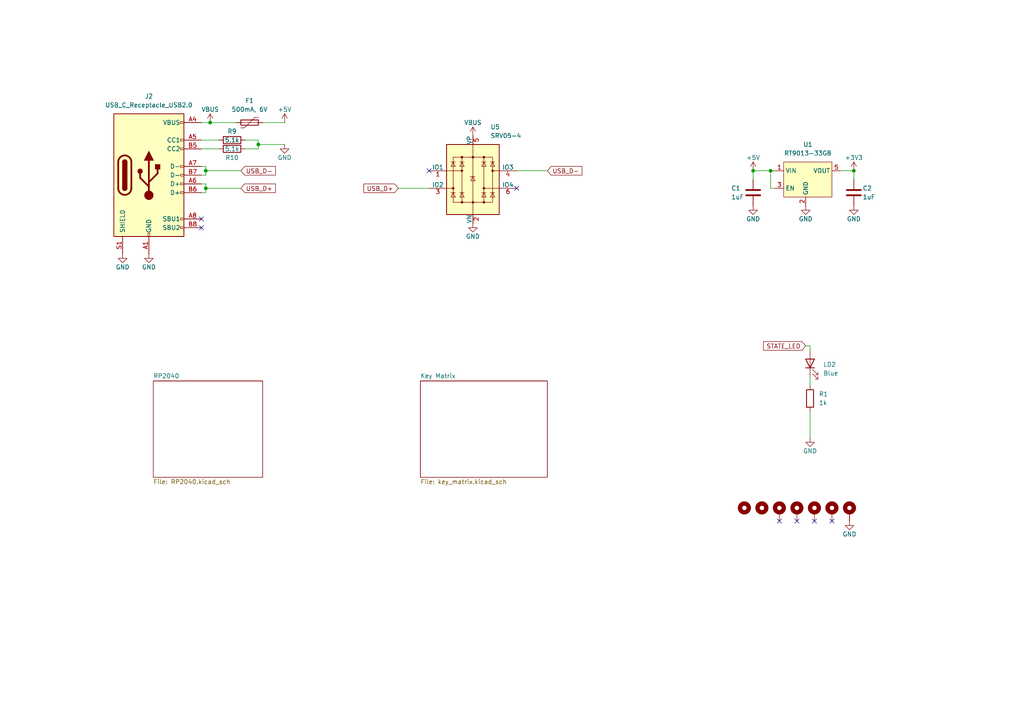
<source format=kicad_sch>
(kicad_sch (version 20230121) (generator eeschema)
  (paper "A4")
  (title_block (title "MS60") (rev "1.0") (company "SideraKB") (comment 1 "2U LShift Edition") (comment 2 "Open source hardware, MIT license or CERN-OHL-P v2"))
  (lib_symbols
    (symbol "Connector:USB_C_Receptacle_USB2.0" (pin_names (offset 1.016))
      (property "Reference" "J" (at -10.16 19.05 0))
      (property "Value" "USB_C_Receptacle_USB2.0" (at 19.05 19.05 0))
      (symbol "USB_C_Receptacle_USB2.0_0_0"
        (rectangle (start -0.254 -17.78) (end 0.254 -16.764))
        (rectangle (start 10.16 -14.986) (end 9.144 -15.494))
        (rectangle (start 10.16 -12.446) (end 9.144 -12.954))
        (rectangle (start 10.16 -4.826) (end 9.144 -5.334))
        (rectangle (start 10.16 -2.286) (end 9.144 -2.794))
        (rectangle (start 10.16 0.254) (end 9.144 -0.254))
        (rectangle (start 10.16 2.794) (end 9.144 2.286))
        (rectangle (start 10.16 7.874) (end 9.144 7.366))
        (rectangle (start 10.16 10.414) (end 9.144 9.906))
        (rectangle (start 10.16 15.494) (end 9.144 14.986))
      )
      (symbol "USB_C_Receptacle_USB2.0_0_1"
        (rectangle (start -10.16 17.78) (end 10.16 -17.78) (stroke (width 0.254)) (fill (type background)))
        (arc (start -8.89 -3.81) (mid -6.985 -5.7067) (end -5.08 -3.81) (stroke (width 0.508)))
        (arc (start -7.62 -3.81) (mid -6.985 -4.4423) (end -6.35 -3.81) (stroke (width 0.254)))
        (arc (start -7.62 -3.81) (mid -6.985 -4.4423) (end -6.35 -3.81) (stroke (width 0.254)) (fill (type outline)))
        (rectangle (start -7.62 -3.81) (end -6.35 3.81) (stroke (width 0.254)) (fill (type outline)))
        (arc (start -6.35 3.81) (mid -6.985 4.4423) (end -7.62 3.81) (stroke (width 0.254)))
        (arc (start -6.35 3.81) (mid -6.985 4.4423) (end -7.62 3.81) (stroke (width 0.254)) (fill (type outline)))
        (arc (start -5.08 3.81) (mid -6.985 5.7067) (end -8.89 3.81) (stroke (width 0.508)))
        (circle (center -2.54 1.143) (radius 0.635) (stroke (width 0.254)) (fill (type outline)))
        (circle (center 0 -5.842) (radius 1.27) (fill (type outline)))
        (polyline (pts (xy -8.89 -3.81) (xy -8.89 3.81)) (stroke (width 0.508)))
        (polyline (pts (xy -5.08 3.81) (xy -5.08 -3.81)) (stroke (width 0.508)))
        (polyline (pts (xy 0 -5.842) (xy 0 4.318)) (stroke (width 0.508)))
        (polyline (pts (xy 0 -3.302) (xy -2.54 -0.762) (xy -2.54 0.508)) (stroke (width 0.508)))
        (polyline (pts (xy 0 -2.032) (xy 2.54 0.508) (xy 2.54 1.778)) (stroke (width 0.508)))
        (polyline (pts (xy -1.27 4.318) (xy 0 6.858) (xy 1.27 4.318) (xy -1.27 4.318)) (stroke (width 0.254)) (fill (type outline)))
        (rectangle (start 1.905 1.778) (end 3.175 3.048) (stroke (width 0.254)) (fill (type outline)))
      )
      (symbol "USB_C_Receptacle_USB2.0_1_1"
        (pin passive line (at 0 -22.86 90) (length 5.08) (name "GND") (number "A1"))
        (pin passive line (at 0 -22.86 90) (length 5.08) hide (name "GND") (number "A12"))
        (pin passive line (at 15.24 15.24 180) (length 5.08) (name "VBUS") (number "A4"))
        (pin bidirectional line (at 15.24 10.16 180) (length 5.08) (name "CC1") (number "A5"))
        (pin bidirectional line (at 15.24 -2.54 180) (length 5.08) (name "D+") (number "A6"))
        (pin bidirectional line (at 15.24 2.54 180) (length 5.08) (name "D-") (number "A7"))
        (pin bidirectional line (at 15.24 -12.7 180) (length 5.08) (name "SBU1") (number "A8"))
        (pin passive line (at 15.24 15.24 180) (length 5.08) hide (name "VBUS") (number "A9"))
        (pin passive line (at 0 -22.86 90) (length 5.08) hide (name "GND") (number "B1"))
        (pin passive line (at 0 -22.86 90) (length 5.08) hide (name "GND") (number "B12"))
        (pin passive line (at 15.24 15.24 180) (length 5.08) hide (name "VBUS") (number "B4"))
        (pin bidirectional line (at 15.24 7.62 180) (length 5.08) (name "CC2") (number "B5"))
        (pin bidirectional line (at 15.24 -5.08 180) (length 5.08) (name "D+") (number "B6"))
        (pin bidirectional line (at 15.24 0 180) (length 5.08) (name "D-") (number "B7"))
        (pin bidirectional line (at 15.24 -15.24 180) (length 5.08) (name "SBU2") (number "B8"))
        (pin passive line (at 15.24 15.24 180) (length 5.08) hide (name "VBUS") (number "B9"))
        (pin passive line (at -7.62 -22.86 90) (length 5.08) (name "SHIELD") (number "S1"))
      )
    )
    (symbol "Device:C" (pin_numbers hide) (pin_names (offset 0.254))
      (property "Reference" "C" (at 0.635 2.54 0))
      (property "Value" "C" (at 0.635 -2.54 0))
      (symbol "C_0_1"
        (polyline (pts (xy -2.032 -0.762) (xy 2.032 -0.762)) (stroke (width 0.508)))
        (polyline (pts (xy -2.032 0.762) (xy 2.032 0.762)) (stroke (width 0.508)))
      )
      (symbol "C_1_1"
        (pin passive line (at 0 3.81 270) (length 2.794) (name "~") (number "1"))
        (pin passive line (at 0 -3.81 90) (length 2.794) (name "~") (number "2"))
      )
    )
    (symbol "Device:LED" (pin_numbers hide) (pin_names (offset 1.016) hide)
      (property "Reference" "D" (at 0 2.54 0))
      (property "Value" "LED" (at 0 -2.54 0))
      (symbol "LED_0_1"
        (polyline (pts (xy -1.27 -1.27) (xy -1.27 1.27)) (stroke (width 0.254)))
        (polyline (pts (xy -1.27 0) (xy 1.27 0)))
        (polyline (pts (xy 1.27 -1.27) (xy 1.27 1.27) (xy -1.27 0) (xy 1.27 -1.27)) (stroke (width 0.254)))
        (polyline (pts (xy -3.048 -0.762) (xy -4.572 -2.286) (xy -3.81 -2.286) (xy -4.572 -2.286) (xy -4.572 -1.524)))
        (polyline (pts (xy -1.778 -0.762) (xy -3.302 -2.286) (xy -2.54 -2.286) (xy -3.302 -2.286) (xy -3.302 -1.524)))
      )
      (symbol "LED_1_1"
        (pin passive line (at -3.81 0 0) (length 2.54) (name "K") (number "1"))
        (pin passive line (at 3.81 0 180) (length 2.54) (name "A") (number "2"))
      )
    )
    (symbol "Device:Polyfuse" (pin_numbers hide) (pin_names (offset 0))
      (property "Reference" "F" (at -2.54 0 90))
      (property "Value" "Polyfuse" (at 2.54 0 90))
      (symbol "Polyfuse_0_1"
        (rectangle (start -0.762 2.54) (end 0.762 -2.54) (stroke (width 0.254)))
        (polyline (pts (xy 0 2.54) (xy 0 -2.54)))
        (polyline (pts (xy -1.524 2.54) (xy -1.524 1.524) (xy 1.524 -1.524) (xy 1.524 -2.54)))
      )
      (symbol "Polyfuse_1_1"
        (pin passive line (at 0 3.81 270) (length 1.27) (name "~") (number "1"))
        (pin passive line (at 0 -3.81 90) (length 1.27) (name "~") (number "2"))
      )
    )
    (symbol "Device:R" (pin_numbers hide) (pin_names (offset 0))
      (property "Reference" "R" (at 2.032 0 90))
      (property "Value" "R" (at 0 0 90))
      (symbol "R_0_1"
        (rectangle (start -1.016 -2.54) (end 1.016 2.54) (stroke (width 0.254)))
      )
      (symbol "R_1_1"
        (pin passive line (at 0 3.81 270) (length 1.27) (name "~") (number "1"))
        (pin passive line (at 0 -3.81 90) (length 1.27) (name "~") (number "2"))
      )
    )
    (symbol "Mechanical:MountingHole" (pin_names (offset 1.016))
      (property "Reference" "H" (at 0 5.08 0))
      (property "Value" "MountingHole" (at 0 3.175 0))
      (symbol "MountingHole_0_1"
        (circle (center 0 0) (radius 1.27) (stroke (width 1.27)))
      )
    )
    (symbol "Mechanical:MountingHole_Pad" (pin_numbers hide) (pin_names (offset 1.016) hide)
      (property "Reference" "H" (at 0 6.35 0))
      (property "Value" "MountingHole_Pad" (at 0 4.445 0))
      (symbol "MountingHole_Pad_0_1"
        (circle (center 0 1.27) (radius 1.27) (stroke (width 1.27)))
      )
      (symbol "MountingHole_Pad_1_1"
        (pin input line (at 0 -2.54 90) (length 2.54) (name "1") (number "1"))
      )
    )
    (symbol "Power_Protection:SRV05-4" (pin_names (offset 0))
      (property "Reference" "U" (at -5.08 11.43 0))
      (property "Value" "SRV05-4" (at 2.54 11.43 0))
      (symbol "SRV05-4_0_0"
        (rectangle (start -5.715 6.477) (end 5.715 -6.604))
        (polyline (pts (xy -3.175 -6.604) (xy -3.175 6.477)))
        (polyline (pts (xy 3.175 6.477) (xy 3.175 -6.604)))
      )
      (symbol "SRV05-4_0_1"
        (rectangle (start -7.62 10.16) (end 7.62 -10.16) (stroke (width 0.254)) (fill (type background)))
        (circle (center -5.715 -2.54) (radius 0.2794) (fill (type outline)))
        (circle (center -3.175 -6.604) (radius 0.2794) (fill (type outline)))
        (circle (center -3.175 2.54) (radius 0.2794) (fill (type outline)))
        (circle (center -3.175 6.477) (radius 0.2794) (fill (type outline)))
        (circle (center 0 -6.604) (radius 0.2794) (fill (type outline)))
        (polyline (pts (xy -7.747 2.54) (xy -3.175 2.54)))
        (polyline (pts (xy -7.62 -2.54) (xy -5.715 -2.54)))
        (polyline (pts (xy -5.08 -3.81) (xy -6.35 -3.81)))
        (polyline (pts (xy -5.08 5.08) (xy -6.35 5.08)))
        (polyline (pts (xy -2.54 -3.81) (xy -3.81 -3.81)))
        (polyline (pts (xy -2.54 5.08) (xy -3.81 5.08)))
        (polyline (pts (xy 0 10.16) (xy 0 -10.16)))
        (polyline (pts (xy 3.81 -3.81) (xy 2.54 -3.81)))
        (polyline (pts (xy 3.81 5.08) (xy 2.54 5.08)))
        (polyline (pts (xy 6.35 -3.81) (xy 5.08 -3.81)))
        (polyline (pts (xy 6.35 5.08) (xy 5.08 5.08)))
        (polyline (pts (xy 7.62 -2.54) (xy 3.175 -2.54)))
        (polyline (pts (xy 7.62 2.54) (xy 5.715 2.54)))
        (polyline (pts (xy 0.635 0.889) (xy -0.635 0.889) (xy -0.635 0.635)))
        (polyline (pts (xy -5.08 -5.08) (xy -6.35 -5.08) (xy -5.715 -3.81) (xy -5.08 -5.08)))
        (polyline (pts (xy -5.08 3.81) (xy -6.35 3.81) (xy -5.715 5.08) (xy -5.08 3.81)))
        (polyline (pts (xy -2.54 -5.08) (xy -3.81 -5.08) (xy -3.175 -3.81) (xy -2.54 -5.08)))
        (polyline (pts (xy -2.54 3.81) (xy -3.81 3.81) (xy -3.175 5.08) (xy -2.54 3.81)))
        (polyline (pts (xy 0.635 -0.381) (xy -0.635 -0.381) (xy 0 0.889) (xy 0.635 -0.381)))
        (polyline (pts (xy 3.81 -5.08) (xy 2.54 -5.08) (xy 3.175 -3.81) (xy 3.81 -5.08)))
        (polyline (pts (xy 3.81 3.81) (xy 2.54 3.81) (xy 3.175 5.08) (xy 3.81 3.81)))
        (polyline (pts (xy 6.35 -5.08) (xy 5.08 -5.08) (xy 5.715 -3.81) (xy 6.35 -5.08)))
        (polyline (pts (xy 6.35 3.81) (xy 5.08 3.81) (xy 5.715 5.08) (xy 6.35 3.81)))
        (circle (center 0 6.477) (radius 0.2794) (fill (type outline)))
        (circle (center 3.175 -6.604) (radius 0.2794) (fill (type outline)))
        (circle (center 3.175 -2.54) (radius 0.2794) (fill (type outline)))
        (circle (center 3.175 6.477) (radius 0.2794) (fill (type outline)))
        (circle (center 5.715 2.54) (radius 0.2794) (fill (type outline)))
      )
      (symbol "SRV05-4_1_1"
        (pin passive line (at -12.7 2.54 0) (length 5.08) (name "IO1") (number "1"))
        (pin passive line (at 0 -12.7 90) (length 2.54) (name "VN") (number "2"))
        (pin passive line (at -12.7 -2.54 0) (length 5.08) (name "IO2") (number "3"))
        (pin passive line (at 12.7 2.54 180) (length 5.08) (name "IO3") (number "4"))
        (pin passive line (at 0 12.7 270) (length 2.54) (name "VP") (number "5"))
        (pin passive line (at 12.7 -2.54 180) (length 5.08) (name "IO4") (number "6"))
      )
    )
    (symbol "power:+3V3" (power) (pin_names (offset 0))
      (property "Value" "+3V3" (at 0 3.556 0))
      (symbol "+3V3_0_1"
        (polyline (pts (xy -0.762 1.27) (xy 0 2.54)))
        (polyline (pts (xy 0 0) (xy 0 2.54)))
        (polyline (pts (xy 0 2.54) (xy 0.762 1.27)))
      )
      (symbol "+3V3_1_1"
        (pin power_in line (at 0 0 90) (length 0) hide (name "+3V3") (number "1"))
      )
    )
    (symbol "power:+5V" (power) (pin_names (offset 0))
      (property "Value" "+5V" (at 0 3.556 0))
      (symbol "+5V_0_1"
        (polyline (pts (xy -0.762 1.27) (xy 0 2.54)))
        (polyline (pts (xy 0 0) (xy 0 2.54)))
        (polyline (pts (xy 0 2.54) (xy 0.762 1.27)))
      )
      (symbol "+5V_1_1"
        (pin power_in line (at 0 0 90) (length 0) hide (name "+5V") (number "1"))
      )
    )
    (symbol "power:GND" (power) (pin_names (offset 0))
      (property "Value" "GND" (at 0 -3.81 0))
      (symbol "GND_0_1"
        (polyline (pts (xy 0 0) (xy 0 -1.27) (xy 1.27 -1.27) (xy 0 -2.54) (xy -1.27 -1.27) (xy 0 -1.27)))
      )
      (symbol "GND_1_1"
        (pin power_in line (at 0 0 270) (length 0) hide (name "GND") (number "1"))
      )
    )
    (symbol "power:VBUS" (power) (pin_names (offset 0))
      (property "Value" "VBUS" (at 0 3.81 0))
      (symbol "VBUS_0_1"
        (polyline (pts (xy -0.762 1.27) (xy 0 2.54)))
        (polyline (pts (xy 0 0) (xy 0 2.54)))
        (polyline (pts (xy 0 2.54) (xy 0.762 1.27)))
      )
      (symbol "VBUS_1_1"
        (pin power_in line (at 0 0 90) (length 0) hide (name "VBUS") (number "1"))
      )
    )
    (symbol "rp-micro:RT9013-33GB"
      (property "Reference" "U?" (at 0 8.89 0))
      (property "Value" "RT9013-33GB" (at 0 6.35 0))
      (symbol "RT9013-33GB_0_0"
        (pin no_connect non_logic (at 10.16 -2.54 180) (length 2.54) hide (name "NC") (number "4"))
      )
      (symbol "RT9013-33GB_0_1"
        (rectangle (start -6.35 5.08) (end 7.62 -5.08) (fill (type background)))
      )
      (symbol "RT9013-33GB_1_1"
        (pin power_in line (at -8.89 2.54 0) (length 2.54) (name "VIN") (number "1"))
        (pin power_in line (at 0 -7.62 90) (length 2.54) (name "GND") (number "2"))
        (pin input line (at -8.89 -2.54 0) (length 2.54) (name "EN") (number "3"))
        (pin power_out line (at 10.16 2.54 180) (length 2.54) (name "VOUT") (number "5"))
      )
    )
  )
  (junction (at 218.44 49.53))
  (junction (at 247.65 49.53))
  (junction (at 59.69 54.61))
  (junction (at 59.69 49.53))
  (junction (at 60.96 35.56))
  (junction (at 223.52 49.53))
  (junction (at 74.93 41.91))
  (no_connect (at 236.22 151.13))
  (no_connect (at 58.42 66.04))
  (no_connect (at 241.3 151.13))
  (no_connect (at 124.46 49.53))
  (no_connect (at 149.86 54.61))
  (no_connect (at 231.14 151.13))
  (no_connect (at 226.06 151.13))
  (no_connect (at 58.42 63.5))
  (wire (pts (xy 158.75 49.53) (xy 149.86 49.53)))
  (wire (pts (xy 59.69 54.61) (xy 59.69 55.88)))
  (wire (pts (xy 68.58 35.56) (xy 60.96 35.56)))
  (wire (pts (xy 58.42 35.56) (xy 60.96 35.56)))
  (wire (pts (xy 74.93 40.64) (xy 71.12 40.64)))
  (wire (pts (xy 243.84 49.53) (xy 247.65 49.53)))
  (wire (pts (xy 59.69 49.53) (xy 69.85 49.53)))
  (wire (pts (xy 223.52 49.53) (xy 224.79 49.53)))
  (wire (pts (xy 59.69 50.8) (xy 58.42 50.8)))
  (wire (pts (xy 234.95 101.6) (xy 234.95 100.33)))
  (wire (pts (xy 234.95 119.38) (xy 234.95 127)))
  (wire (pts (xy 58.42 55.88) (xy 59.69 55.88)))
  (wire (pts (xy 218.44 49.53) (xy 223.52 49.53)))
  (wire (pts (xy 74.93 41.91) (xy 74.93 43.18)))
  (wire (pts (xy 74.93 41.91) (xy 82.55 41.91)))
  (wire (pts (xy 74.93 43.18) (xy 71.12 43.18)))
  (wire (pts (xy 59.69 49.53) (xy 59.69 50.8)))
  (wire (pts (xy 247.65 49.53) (xy 247.65 52.07)))
  (wire (pts (xy 224.79 54.61) (xy 223.52 54.61)))
  (wire (pts (xy 63.5 40.64) (xy 58.42 40.64)))
  (wire (pts (xy 59.69 53.34) (xy 59.69 54.61)))
  (wire (pts (xy 223.52 54.61) (xy 223.52 49.53)))
  (wire (pts (xy 115.57 54.61) (xy 124.46 54.61)))
  (wire (pts (xy 59.69 48.26) (xy 59.69 49.53)))
  (wire (pts (xy 82.55 35.56) (xy 76.2 35.56)))
  (wire (pts (xy 74.93 40.64) (xy 74.93 41.91)))
  (wire (pts (xy 58.42 43.18) (xy 63.5 43.18)))
  (wire (pts (xy 218.44 49.53) (xy 218.44 52.07)))
  (wire (pts (xy 58.42 53.34) (xy 59.69 53.34)))
  (wire (pts (xy 58.42 48.26) (xy 59.69 48.26)))
  (wire (pts (xy 233.68 100.33) (xy 234.95 100.33)))
  (wire (pts (xy 59.69 54.61) (xy 69.85 54.61)))
  (wire (pts (xy 234.95 111.76) (xy 234.95 109.22)))
  (global_label "USB_D-" (shape input) (at 69.85 49.53 0) (property "Intersheetrefs" "${INTERSHEET_REFS}" (effects hide)))
  (global_label "USB_D-" (shape input) (at 158.75 49.53 0) (property "Intersheetrefs" "${INTERSHEET_REFS}" (effects hide)))
  (global_label "USB_D+" (shape input) (at 69.85 54.61 0) (property "Intersheetrefs" "${INTERSHEET_REFS}" (effects hide)))
  (global_label "USB_D+" (shape input) (at 115.57 54.61 180) (property "Intersheetrefs" "${INTERSHEET_REFS}" (effects hide)))
  (global_label "STATE_LED" (shape input) (at 233.68 100.33 180) (property "Intersheetrefs" "${INTERSHEET_REFS}" (effects hide)))
  (symbol (lib_id "power:GND") (at 246.38 151.13 0) (unit 1)
    (property "Reference" "#PWR04" (effects hide))
    (property "Value" "GND" (at 246.38 154.94 0))
  )
  (symbol (lib_id "power:+5V") (at 218.44 49.53 0) (unit 1)
    (property "Reference" "#PWR02" (effects hide))
    (property "Value" "+5V" (at 218.44 45.72 0))
  )
  (symbol (lib_id "Mechanical:MountingHole_Pad") (at 236.22 148.59 0) (unit 1)
    (property "Reference" "H2" (effects hide))
    (property "Value" "MountingHole_Pad" (effects hide))
    (property "Footprint" "ms60:MountingHole-A" (effects hide))
  )
  (symbol (lib_id "Mechanical:MountingHole") (at 215.9 147.32 0) (unit 1)
    (property "Reference" "H5" (effects hide))
    (property "Value" "MountingHole" (effects hide))
    (property "Footprint" "ms60:MountingHole-C" (effects hide))
  )
  (symbol (lib_id "Connector:USB_C_Receptacle_USB2.0") (at 43.18 50.8 0) (unit 1)
    (property "Reference" "J2" (at 43.18 27.94 0))
    (property "Value" "USB_C_Receptacle_USB2.0" (at 43.18 30.48 0))
    (property "Footprint" "Connector_USB:USB_C_Receptacle_HRO_TYPE-C-31-M-12" (effects hide))
    (property "Datasheet" "https://www.usb.org/sites/default/files/documents/usb_type-c.zip" (effects hide))
    (property "MFR. Part #" "TYPE-C-31-M-12" (effects hide))
    (property "LCSC" "C165948" (effects hide))
  )
  (symbol (lib_id "power:GND") (at 218.44 59.69 0) (unit 1)
    (property "Reference" "#PWR05" (effects hide))
    (property "Value" "GND" (at 218.44 63.5 0))
  )
  (symbol (lib_id "Power_Protection:SRV05-4") (at 137.16 52.07 0) (unit 1)
    (property "Reference" "U5" (at 142.24 36.83 0) (effects (justify left)))
    (property "Value" "SRV05-4" (at 142.24 39.37 0) (effects (justify left)))
    (property "Footprint" "Package_TO_SOT_SMD:SOT-23-6" (effects hide))
    (property "Datasheet" "http://www.onsemi.com/pub/Collateral/SRV05-4-D.PDF" (effects hide))
    (property "LCSC" "C85364" (effects hide))
    (property "MFR. Part #" "SRV05-4-P-T7" (effects hide))
  )
  (symbol (lib_id "power:GND") (at 137.16 64.77 0) (unit 1)
    (property "Reference" "#PWR036" (effects hide))
    (property "Value" "GND" (at 137.16 68.58 0))
  )
  (symbol (lib_id "power:GND") (at 43.18 73.66 0) (unit 1)
    (property "Reference" "#PWR034" (effects hide))
    (property "Value" "GND" (at 43.18 77.47 0))
  )
  (symbol (lib_id "Device:Polyfuse") (at 72.39 35.56 90) (unit 1)
    (property "Reference" "F1" (at 72.39 29.21 90))
    (property "Value" "500mA, 6V" (at 72.39 31.75 90))
    (property "Footprint" "Fuse:Fuse_0805_2012Metric" (effects hide))
    (property "MFR. Part #" "SMD0805B050TF" (effects hide))
    (property "LCSC" "C269104" (effects hide))
  )
  (symbol (lib_id "Device:R") (at 67.31 40.64 90) (unit 1)
    (property "Reference" "R9" (at 67.31 38.1 90))
    (property "Value" "5.1k" (at 67.31 40.64 90))
    (property "Footprint" "Resistor_SMD:R_0603_1608Metric" (effects hide))
    (property "MFR. Part #" "0402WGF5101TCE" (effects hide))
    (property "LCSC" "C25905" (effects hide))
  )
  (symbol (lib_id "Device:LED") (at 234.95 105.41 90) (unit 1)
    (property "Reference" "LD2" (at 238.76 105.7275 90) (effects (justify right)))
    (property "Value" "Blue" (at 238.76 108.2675 90) (effects (justify right)))
    (property "Footprint" "LED_SMD:LED_0603_1608Metric" (effects hide))
    (property "LCSC" "C72043" (effects hide))
    (property "MFR. Part #" "19-217/GHC-YR1S2/3T" (effects hide))
  )
  (symbol (lib_id "power:GND") (at 233.68 59.69 0) (unit 1)
    (property "Reference" "#PWR06" (effects hide))
    (property "Value" "GND" (at 233.68 63.5 0))
  )
  (symbol (lib_id "Device:R") (at 234.95 115.57 0) (mirror y) (unit 1)
    (property "Reference" "R1" (at 237.49 114.3 0) (effects (justify right)))
    (property "Value" "1k" (at 237.49 116.84 0) (effects (justify right)))
    (property "Footprint" "Resistor_SMD:R_0402_1005Metric" (effects hide))
    (property "MFR. Part #" "0402WGF1001TCE " (effects hide))
    (property "LCSC" "C11702" (effects hide))
  )
  (symbol (lib_id "power:GND") (at 247.65 59.69 0) (unit 1)
    (property "Reference" "#PWR07" (effects hide))
    (property "Value" "GND" (at 247.65 63.5 0))
  )
  (symbol (lib_id "Mechanical:MountingHole") (at 220.98 147.32 0) (unit 1)
    (property "Reference" "H6" (effects hide))
    (property "Value" "MountingHole" (effects hide))
    (property "Footprint" "ms60:MountingHole-C" (effects hide))
  )
  (symbol (lib_id "Mechanical:MountingHole_Pad") (at 246.38 148.59 0) (unit 1)
    (property "Reference" "H4" (effects hide))
    (property "Value" "MountingHole_Pad" (effects hide))
    (property "Footprint" "ms60:MountingHole-B" (effects hide))
  )
  (symbol (lib_id "power:GND") (at 82.55 41.91 0) (unit 1)
    (property "Reference" "#PWR032" (effects hide))
    (property "Value" "GND" (at 82.55 45.72 0))
  )
  (symbol (lib_id "power:+3V3") (at 247.65 49.53 0) (unit 1)
    (property "Reference" "#PWR03" (effects hide))
    (property "Value" "+3V3" (at 247.65 45.72 0))
  )
  (symbol (lib_id "Mechanical:MountingHole_Pad") (at 241.3 148.59 0) (unit 1)
    (property "Reference" "H3" (effects hide))
    (property "Value" "MountingHole_Pad" (effects hide))
    (property "Footprint" "ms60:MountingHole-A" (effects hide))
  )
  (symbol (lib_id "power:GND") (at 234.95 127 0) (unit 1)
    (property "Reference" "#PWR08" (effects hide))
    (property "Value" "GND" (at 234.95 130.81 0))
  )
  (symbol (lib_id "Mechanical:MountingHole_Pad") (at 231.14 148.59 0) (unit 1)
    (property "Reference" "H1" (effects hide))
    (property "Value" "MountingHole_Pad" (effects hide))
    (property "Footprint" "ms60:MountingHole-D" (effects hide))
  )
  (symbol (lib_id "Device:C") (at 247.65 55.88 0) (unit 1)
    (property "Reference" "C2" (at 250.19 54.61 0) (effects (justify left)))
    (property "Value" "1uF" (at 250.19 57.15 0) (effects (justify left)))
    (property "Footprint" "Capacitor_SMD:C_0402_1005Metric" (effects hide))
    (property "MFR. Part #" "CL05A105KA5NQNC" (effects hide))
    (property "LCSC" "C52923" (effects hide))
  )
  (symbol (lib_id "Mechanical:MountingHole_Pad") (at 226.06 148.59 0) (unit 1)
    (property "Reference" "H7" (effects hide))
    (property "Value" "MountingHole_Pad" (effects hide))
    (property "Footprint" "ms60:MountingHole-D" (effects hide))
  )
  (symbol (lib_id "power:VBUS") (at 60.96 35.56 0) (unit 1)
    (property "Reference" "#PWR030" (effects hide))
    (property "Value" "VBUS" (at 60.96 31.75 0))
  )
  (symbol (lib_id "rp-micro:RT9013-33GB") (at 233.68 52.07 0) (unit 1)
    (property "Reference" "U1" (at 234.315 41.91 0))
    (property "Value" "RT9013-33GB" (at 234.315 44.45 0))
    (property "Footprint" "Package_TO_SOT_SMD:SOT-23-5" (effects hide))
    (property "MFR. Part #" "TPRT9013-33GB" (effects hide))
    (property "LCSC" "C587158" (effects hide))
  )
  (symbol (lib_id "power:GND") (at 35.56 73.66 0) (unit 1)
    (property "Reference" "#PWR033" (effects hide))
    (property "Value" "GND" (at 35.56 77.47 0))
  )
  (symbol (lib_id "power:VBUS") (at 137.16 39.37 0) (unit 1)
    (property "Reference" "#PWR01" (effects hide))
    (property "Value" "VBUS" (at 137.16 35.56 0))
  )
  (symbol (lib_id "Device:R") (at 67.31 43.18 90) (unit 1)
    (property "Reference" "R10" (at 67.31 45.72 90))
    (property "Value" "5.1k" (at 67.31 43.18 90))
    (property "Footprint" "Resistor_SMD:R_0603_1608Metric" (effects hide))
    (property "MFR. Part #" "0402WGF5101TCE" (effects hide))
    (property "LCSC" "C25905" (effects hide))
  )
  (symbol (lib_id "power:+5V") (at 82.55 35.56 0) (unit 1)
    (property "Reference" "#PWR031" (effects hide))
    (property "Value" "+5V" (at 82.55 31.75 0))
  )
  (symbol (lib_id "Device:C") (at 218.44 55.88 0) (unit 1)
    (property "Reference" "C1" (at 212.09 54.61 0) (effects (justify left)))
    (property "Value" "1uF" (at 212.09 57.15 0) (effects (justify left)))
    (property "Footprint" "Capacitor_SMD:C_0402_1005Metric" (effects hide))
    (property "MFR. Part #" "CL05A105KA5NQNC" (effects hide))
    (property "LCSC" "C52923" (effects hide))
  )
  (sheet (at 44.45 110.49) (size 31.75 27.94) (stroke (width 0.1524))
    (property "Sheetname" "RP2040" (at 44.45 109.7784 0) (effects (justify left bottom)))
    (property "Sheetfile" "RP2040.kicad_sch" (at 44.45 139.0146 0) (effects (justify left top)))
  )
  (sheet (at 121.92 110.49) (size 36.83 27.94) (stroke (width 0.1524))
    (property "Sheetname" "Key Matrix" (at 121.92 109.7784 0) (effects (justify left bottom)))
    (property "Sheetfile" "key_matrix.kicad_sch" (at 121.92 139.0146 0) (effects (justify left top)))
  )
)
</source>
